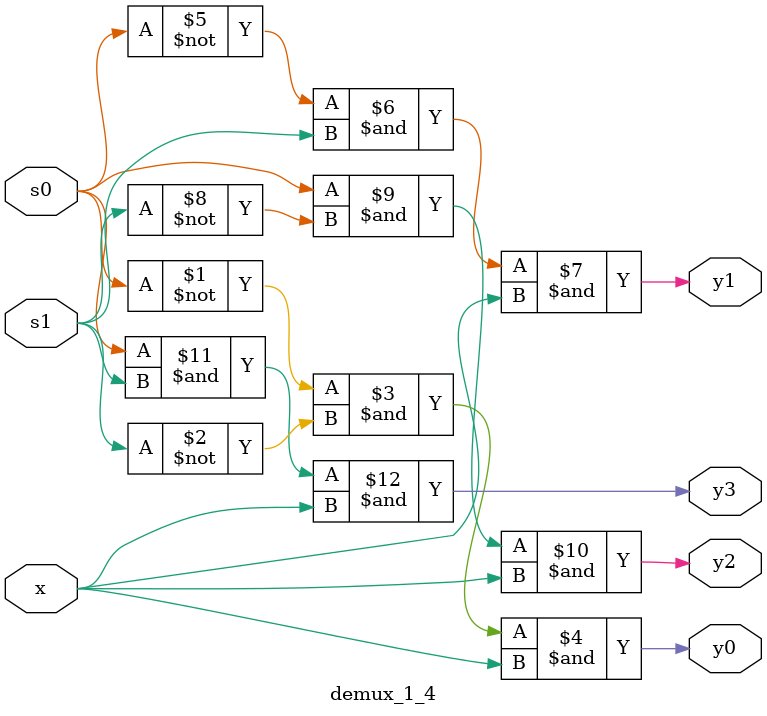
<source format=v>
module demux_1_4(output y0,y1,y2,y3, input s0,s1,x);
  assign y0=(~s0&~s1)&x;
  assign y1=(~s0&s1)&x;
  assign y2=(s0&~s1)&x;
  assign y3=(s0&s1)&x;
endmodule
  

</source>
